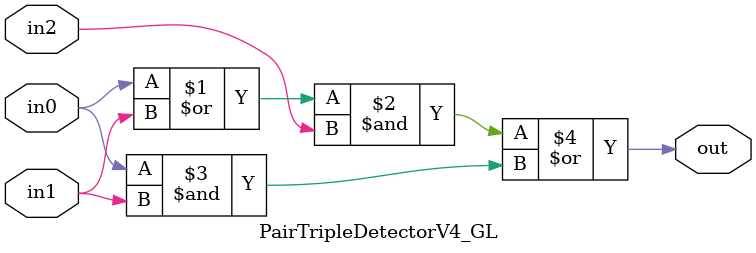
<source format=v>

`ifndef PAIR_TRIPLE_DETECTOR_V4_GL_V
`define PAIR_TRIPLE_DETECTOR_V4_GL_V

module PairTripleDetectorV4_GL
(
  input  wire in0,
  input  wire in1,
  input  wire in2,
  output wire out
);

  assign out = ((in0|in1) & in2) | (in0 & in1);

endmodule

`endif /* PAIR_TRIPLE_DETECTOR_V4_GL_V */


</source>
